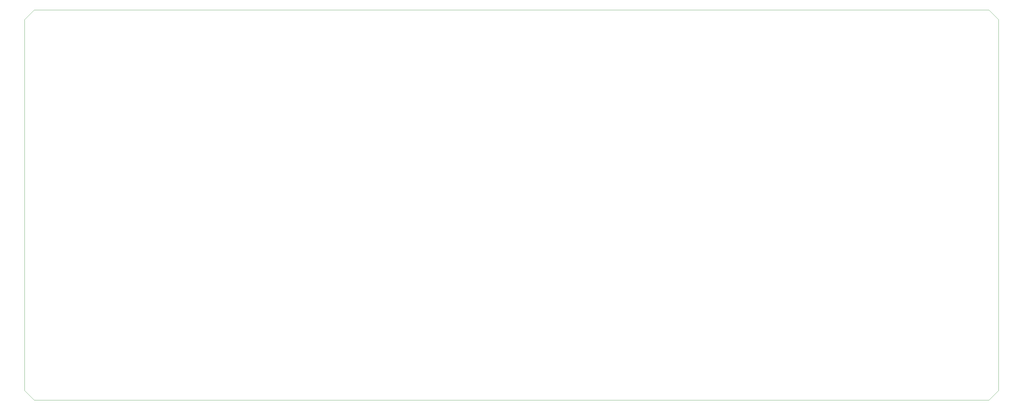
<source format=gm1>
G04 #@! TF.GenerationSoftware,KiCad,Pcbnew,9.0.0+dfsg-1*
G04 #@! TF.CreationDate,2025-03-09T18:16:52+01:00*
G04 #@! TF.ProjectId,Dirty Greed PCB,44697274-7920-4477-9265-656420504342,rev?*
G04 #@! TF.SameCoordinates,Original*
G04 #@! TF.FileFunction,Profile,NP*
%FSLAX46Y46*%
G04 Gerber Fmt 4.6, Leading zero omitted, Abs format (unit mm)*
G04 Created by KiCad (PCBNEW 9.0.0+dfsg-1) date 2025-03-09 18:16:52*
%MOMM*%
%LPD*%
G01*
G04 APERTURE LIST*
G04 #@! TA.AperFunction,Profile*
%ADD10C,0.100000*%
G04 #@! TD*
G04 APERTURE END LIST*
D10*
X321500000Y-185000000D02*
X28000000Y-185000000D01*
X324500000Y-68000000D02*
X324500000Y-182000000D01*
X25000000Y-68000000D02*
X28000000Y-65000000D01*
X28000000Y-185000000D02*
X25000000Y-182000000D01*
X28000000Y-65000000D02*
X321500000Y-65000000D01*
X324500000Y-182000000D02*
X321500000Y-185000000D01*
X324500000Y-68000000D02*
X321500000Y-65000000D01*
X25000000Y-182000000D02*
X25000000Y-68000000D01*
M02*

</source>
